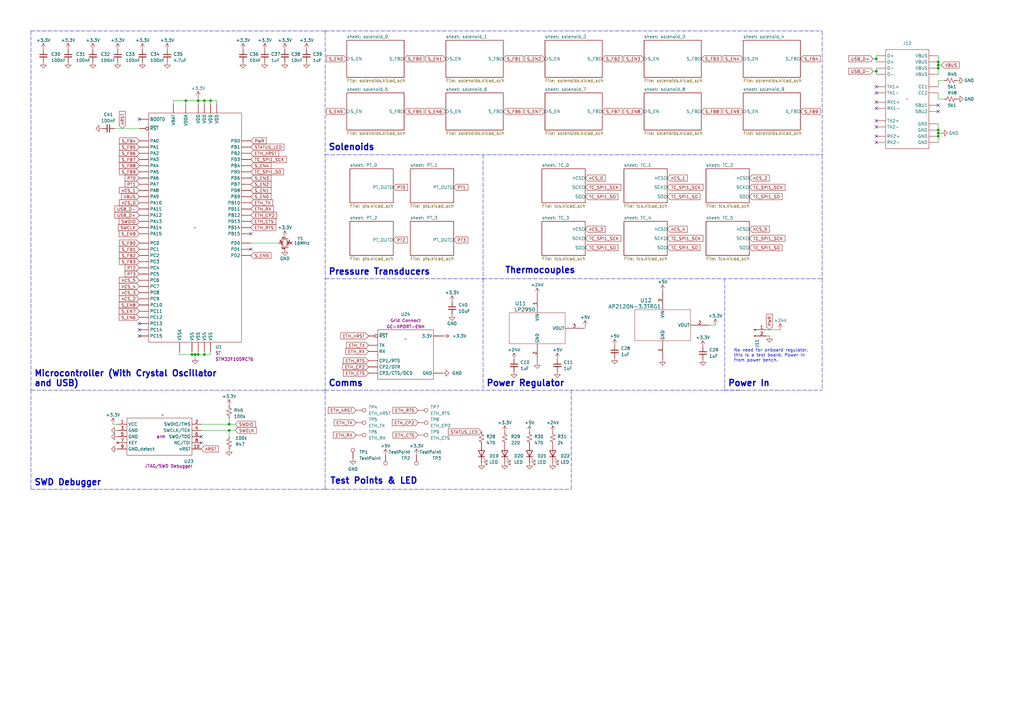
<source format=kicad_sch>
(kicad_sch (version 20230121) (generator eeschema)
  (paper "A3")
  (junction (at 359.41 29.21))
  (junction (at 76.2 41.275))
  (junction (at 93.98 173.99))
  (junction (at 384.81 25.4))
  (junction (at 359.41 24.13))
  (junction (at 384.81 27.94))
  (junction (at 83.82 41.275))
  (junction (at 81.28 145.415))
  (junction (at 80.01 145.415))
  (junction (at 384.81 26.67))
  (junction (at 384.81 53.34))
  (junction (at 86.36 41.275))
  (junction (at 83.82 145.415))
  (junction (at 78.74 145.415))
  (junction (at 93.98 176.53))
  (junction (at 81.28 41.275))
  (junction (at 384.81 54.61))
  (junction (at 384.81 55.88))
  (no_connect (at 102.87 95.885))
  (no_connect (at 57.15 48.895))
  (no_connect (at 359.41 44.45))
  (no_connect (at 119.38 99.695))
  (no_connect (at 82.55 181.61))
  (no_connect (at 359.41 38.1))
  (no_connect (at 57.15 135.255))
  (no_connect (at 384.81 45.72))
  (no_connect (at 384.81 43.18))
  (no_connect (at 57.15 132.715))
  (no_connect (at 102.87 102.235))
  (no_connect (at 82.55 179.07))
  (no_connect (at 359.41 35.56))
  (no_connect (at 359.41 58.42))
  (no_connect (at 359.41 49.53))
  (no_connect (at 57.15 137.795))
  (no_connect (at 359.41 41.91))
  (no_connect (at 359.41 55.88))
  (no_connect (at 359.41 52.07))
  (wire (pts (xy 78.74 145.415) (xy 80.01 145.415)))
  (wire (pts (xy 83.82 41.275) (xy 83.82 42.545)))
  (wire (pts (xy 384.81 25.4) (xy 384.81 26.67)))
  (wire (pts (xy 93.98 179.07) (xy 93.98 176.53)))
  (wire (pts (xy 73.66 145.415) (xy 78.74 145.415)))
  (wire (pts (xy 359.41 24.13) (xy 359.41 25.4)))
  (polyline (pts (xy 133.35 160.02) (xy 12.7 160.02)) (stroke (width 0) (type dash)))
  (wire (pts (xy 83.82 41.275) (xy 86.36 41.275)))
  (wire (pts (xy 102.87 99.695) (xy 114.3 99.695)))
  (wire (pts (xy 384.81 54.61) (xy 386.08 54.61)))
  (wire (pts (xy 46.99 52.705) (xy 57.15 52.705)))
  (polyline (pts (xy 337.185 114.3) (xy 337.185 160.02)) (stroke (width 0) (type dash)))
  (wire (pts (xy 83.82 145.415) (xy 86.36 145.415)))
  (polyline (pts (xy 12.7 12.7) (xy 133.35 12.7)) (stroke (width 0) (type dash)))
  (polyline (pts (xy 133.35 160.02) (xy 133.35 200.66)) (stroke (width 0) (type dash)))
  (wire (pts (xy 93.98 176.53) (xy 82.55 176.53)))
  (wire (pts (xy 239.395 134.62) (xy 240.03 134.62)))
  (wire (pts (xy 240.03 134.62) (xy 240.03 133.985)))
  (polyline (pts (xy 198.12 114.3) (xy 337.185 114.3)) (stroke (width 0) (type dash)))
  (wire (pts (xy 76.2 41.275) (xy 76.2 42.545)))
  (wire (pts (xy 384.81 22.86) (xy 384.81 25.4)))
  (wire (pts (xy 76.2 41.275) (xy 81.28 41.275)))
  (wire (pts (xy 86.36 41.275) (xy 88.9 41.275)))
  (wire (pts (xy 358.14 24.13) (xy 359.41 24.13)))
  (wire (pts (xy 96.52 173.99) (xy 93.98 173.99)))
  (wire (pts (xy 315.595 137.795) (xy 314.325 137.795)))
  (wire (pts (xy 384.81 55.88) (xy 384.81 58.42)))
  (polyline (pts (xy 133.35 63.5) (xy 337.185 63.5)) (stroke (width 0) (type dash)))
  (polyline (pts (xy 234.315 160.02) (xy 234.315 200.66)) (stroke (width 0) (type dash)))
  (polyline (pts (xy 198.12 114.3) (xy 198.12 160.02)) (stroke (width 0) (type dash)))
  (wire (pts (xy 384.81 50.8) (xy 384.81 53.34)))
  (wire (pts (xy 46.355 173.99) (xy 48.26 173.99)))
  (wire (pts (xy 290.83 133.35) (xy 293.37 133.35)))
  (wire (pts (xy 71.12 41.275) (xy 71.12 42.545)))
  (wire (pts (xy 320.04 135.255) (xy 314.325 135.255)))
  (wire (pts (xy 359.41 22.86) (xy 359.41 24.13)))
  (wire (pts (xy 384.81 40.64) (xy 384.81 38.1)))
  (polyline (pts (xy 133.35 160.02) (xy 198.12 160.02)) (stroke (width 0) (type dash)))
  (wire (pts (xy 358.14 29.21) (xy 359.41 29.21)))
  (polyline (pts (xy 133.35 12.7) (xy 337.185 12.7)) (stroke (width 0) (type dash)))
  (wire (pts (xy 384.81 26.67) (xy 384.81 27.94)))
  (polyline (pts (xy 198.12 63.5) (xy 198.12 114.3)) (stroke (width 0) (type dash)))
  (polyline (pts (xy 133.35 200.66) (xy 234.315 200.66)) (stroke (width 0) (type dash)))
  (wire (pts (xy 73.66 144.145) (xy 73.66 145.415)))
  (wire (pts (xy 359.41 29.21) (xy 359.41 30.48)))
  (wire (pts (xy 88.9 41.275) (xy 88.9 42.545)))
  (wire (pts (xy 359.41 27.94) (xy 359.41 29.21)))
  (wire (pts (xy 384.81 40.64) (xy 387.35 40.64)))
  (wire (pts (xy 384.81 54.61) (xy 384.81 55.88)))
  (polyline (pts (xy 133.35 12.7) (xy 133.35 160.02)) (stroke (width 0) (type dash)))
  (wire (pts (xy 384.81 26.67) (xy 386.08 26.67)))
  (polyline (pts (xy 12.7 160.02) (xy 12.7 200.66)) (stroke (width 0) (type dash)))
  (wire (pts (xy 384.81 27.94) (xy 384.81 30.48)))
  (polyline (pts (xy 337.185 63.5) (xy 337.185 114.3)) (stroke (width 0) (type dash)))
  (wire (pts (xy 80.01 145.415) (xy 81.28 145.415)))
  (wire (pts (xy 384.81 33.02) (xy 387.35 33.02)))
  (polyline (pts (xy 297.18 160.02) (xy 337.185 160.02)) (stroke (width 0) (type dash)))
  (wire (pts (xy 384.81 53.34) (xy 384.81 54.61)))
  (polyline (pts (xy 133.35 200.66) (xy 12.7 200.66)) (stroke (width 0) (type dash)))
  (wire (pts (xy 81.28 144.145) (xy 81.28 145.415)))
  (wire (pts (xy 80.01 146.685) (xy 80.01 145.415)))
  (wire (pts (xy 81.28 41.275) (xy 83.82 41.275)))
  (wire (pts (xy 83.82 144.145) (xy 83.82 145.415)))
  (wire (pts (xy 86.36 144.145) (xy 86.36 145.415)))
  (polyline (pts (xy 12.7 12.7) (xy 12.7 160.02)) (stroke (width 0) (type dash)))
  (polyline (pts (xy 133.35 114.3) (xy 198.12 114.3)) (stroke (width 0) (type dash)))
  (wire (pts (xy 384.81 33.02) (xy 384.81 35.56)))
  (polyline (pts (xy 297.18 160.02) (xy 304.165 160.02)) (stroke (width 0) (type dash)))
  (wire (pts (xy 81.28 145.415) (xy 83.82 145.415)))
  (wire (pts (xy 93.98 171.45) (xy 93.98 173.99)))
  (polyline (pts (xy 297.18 114.3) (xy 297.18 160.02)) (stroke (width 0) (type dash)))
  (wire (pts (xy 81.28 40.005) (xy 81.28 41.275)))
  (wire (pts (xy 78.74 144.145) (xy 78.74 145.415)))
  (wire (pts (xy 81.28 41.275) (xy 81.28 42.545)))
  (wire (pts (xy 93.98 176.53) (xy 96.52 176.53)))
  (wire (pts (xy 82.55 173.99) (xy 93.98 173.99)))
  (wire (pts (xy 86.36 41.275) (xy 86.36 42.545)))
  (polyline (pts (xy 337.185 12.7) (xy 337.185 63.5)) (stroke (width 0) (type dash)))
  (polyline (pts (xy 297.18 160.02) (xy 198.12 160.02)) (stroke (width 0) (type dash)))
  (wire (pts (xy 71.12 41.275) (xy 76.2 41.275)))
  (text "Thermocouples" (at 207.01 112.395 0) (effects (font (size 2.55 2.55) (thickness 0.51) bold) (justify left bottom)))
  (text "Comms" (at 134.62 158.75 0) (effects (font (size 2.55 2.55) (thickness 0.51) bold) (justify left bottom)))
  (text "SWD Debugger" (at 13.97 199.39 0) (effects (font (size 2.5 2.5) (thickness 0.5) bold) (justify left bottom)))
  (text "Test Points & LED" (at 135.255 198.755 0) (effects (font (size 2.55 2.55) (thickness 0.51) bold) (justify left bottom)))
  (text "Pressure Transducers" (at 134.62 113.03 0) (effects (font (size 2.55 2.55) (thickness 0.51) bold) (justify left bottom)))
  (text "Microcontroller (With Crystal Oscillator \nand USB)" (at 13.97 158.75 0) (effects (font (size 2.5 2.5) (thickness 0.5) bold) (justify left bottom)))
  (text "Power In" (at 298.45 158.75 0) (effects (font (size 2.55 2.55) (thickness 0.51) bold) (justify left bottom)))
  (text "Power Regulator" (at 199.39 158.75 0) (effects (font (size 2.55 2.55) (thickness 0.51) bold) (justify left bottom)))
  (text "No need for onboard regulator,\nthis is a test board. Power in\nfrom power bench." (at 300.99 148.59 0) (effects (font (size 1.27 1.27)) (justify left bottom)))
  (text "Solenoids\n\n" (at 134.62 66.04 0) (effects (font (size 2.55 2.55) (thickness 0.51) bold) (justify left bottom)))
  (global_label "S_FB1" (shape input) (at 206.375 24.13 0) (property "Intersheetrefs" "${INTERSHEET_REFS}" (effects hide)))
  (global_label "TC_SPI1_SO" (shape input) (at 102.87 70.485 0) (property "Intersheetrefs" "${INTERSHEET_REFS}" (effects hide)))
  (global_label "S_FB7" (shape input) (at 247.015 45.72 0) (property "Intersheetrefs" "${INTERSHEET_REFS}" (effects hide)))
  (global_label "TC_SPI1_SCK" (shape input) (at 273.685 76.835 0) (property "Intersheetrefs" "${INTERSHEET_REFS}" (effects hide)))
  (global_label "nCS_4" (shape input) (at 57.15 117.475 180) (property "Intersheetrefs" "${INTERSHEET_REFS}" (effects hide)))
  (global_label "S_FB4" (shape input) (at 328.295 24.13 0) (property "Intersheetrefs" "${INTERSHEET_REFS}" (effects hide)))
  (global_label "nCS_0" (shape input) (at 240.03 73.025 0) (property "Intersheetrefs" "${INTERSHEET_REFS}" (effects hide)))
  (global_label "ETH_TX" (shape input) (at 146.05 173.355 180) (property "Intersheetrefs" "${INTERSHEET_REFS}" (effects hide)))
  (global_label "PT1" (shape input) (at 57.15 75.565 180) (property "Intersheetrefs" "${INTERSHEET_REFS}" (effects hide)))
  (global_label "TC_SPI1_SO" (shape input) (at 307.34 101.6 0) (property "Intersheetrefs" "${INTERSHEET_REFS}" (effects hide)))
  (global_label "S_FB8" (shape input) (at 287.655 45.72 0) (property "Intersheetrefs" "${INTERSHEET_REFS}" (effects hide)))
  (global_label "S_FB9" (shape input) (at 57.15 70.485 180) (property "Intersheetrefs" "${INTERSHEET_REFS}" (effects hide)))
  (global_label "S_FB2" (shape input) (at 57.15 104.775 180) (property "Intersheetrefs" "${INTERSHEET_REFS}" (effects hide)))
  (global_label "PWR" (shape input) (at 102.87 57.785 0) (property "Intersheetrefs" "${INTERSHEET_REFS}" (effects hide)))
  (global_label "nCS_3" (shape input) (at 240.03 93.98 0) (property "Intersheetrefs" "${INTERSHEET_REFS}" (effects hide)))
  (global_label "nCS_4" (shape input) (at 273.685 93.98 0) (property "Intersheetrefs" "${INTERSHEET_REFS}" (effects hide)))
  (global_label "S_EN6" (shape input) (at 57.15 130.175 180) (property "Intersheetrefs" "${INTERSHEET_REFS}" (effects hide)))
  (global_label "S_EN5" (shape input) (at 102.87 104.775 0) (property "Intersheetrefs" "${INTERSHEET_REFS}" (effects hide)))
  (global_label "ETH_RTS" (shape input) (at 171.45 168.275 180) (property "Intersheetrefs" "${INTERSHEET_REFS}" (effects hide)))
  (global_label "S_EN1" (shape input) (at 102.87 78.105 0) (property "Intersheetrefs" "${INTERSHEET_REFS}" (effects hide)))
  (global_label "S_EN9" (shape input) (at 304.8 45.72 180) (property "Intersheetrefs" "${INTERSHEET_REFS}" (effects hide)))
  (global_label "PT2" (shape input) (at 161.29 98.425 0) (property "Intersheetrefs" "${INTERSHEET_REFS}" (effects hide)))
  (global_label "PT1" (shape input) (at 186.055 76.835 0) (property "Intersheetrefs" "${INTERSHEET_REFS}" (effects hide)))
  (global_label "S_EN6" (shape input) (at 182.88 45.72 180) (property "Intersheetrefs" "${INTERSHEET_REFS}" (effects hide)))
  (global_label "TC_SPI1_SCK" (shape input) (at 307.34 76.835 0) (property "Intersheetrefs" "${INTERSHEET_REFS}" (effects hide)))
  (global_label "TC_SPI1_SCK" (shape input) (at 240.03 97.79 0) (property "Intersheetrefs" "${INTERSHEET_REFS}" (effects hide)))
  (global_label "S_FB6" (shape input) (at 206.375 45.72 0) (property "Intersheetrefs" "${INTERSHEET_REFS}" (effects hide)))
  (global_label "SWDIO" (shape input) (at 57.15 90.805 180) (property "Intersheetrefs" "${INTERSHEET_REFS}" (effects hide)))
  (global_label "USB_D-" (shape input) (at 57.15 85.725 180) (property "Intersheetrefs" "${INTERSHEET_REFS}" (effects hide)))
  (global_label "S_EN7" (shape input) (at 223.52 45.72 180) (property "Intersheetrefs" "${INTERSHEET_REFS}" (effects hide)))
  (global_label "TC_SPI1_SO" (shape input) (at 240.03 80.645 0) (property "Intersheetrefs" "${INTERSHEET_REFS}" (effects hide)))
  (global_label "S_EN9" (shape input) (at 57.15 95.885 180) (property "Intersheetrefs" "${INTERSHEET_REFS}" (effects hide)))
  (global_label "ETH_nRST" (shape input) (at 102.87 62.865 0) (property "Intersheetrefs" "${INTERSHEET_REFS}" (effects hide)))
  (global_label "ETH_nRST" (shape input) (at 146.05 168.275 180) (property "Intersheetrefs" "${INTERSHEET_REFS}" (effects hide)))
  (global_label "USB_D-" (shape input) (at 358.14 29.21 180) (property "Intersheetrefs" "${INTERSHEET_REFS}" (effects hide)))
  (global_label "STATUS_LED" (shape input) (at 197.485 177.165 180) (property "Intersheetrefs" "${INTERSHEET_REFS}" (effects hide)))
  (global_label "ETH_CTS" (shape input) (at 102.87 90.805 0) (property "Intersheetrefs" "${INTERSHEET_REFS}" (effects hide)))
  (global_label "nCS_5" (shape input) (at 307.34 93.98 0) (property "Intersheetrefs" "${INTERSHEET_REFS}" (effects hide)))
  (global_label "nCS_2" (shape input) (at 57.15 122.555 180) (property "Intersheetrefs" "${INTERSHEET_REFS}" (effects hide)))
  (global_label "PT3" (shape input) (at 186.055 98.425 0) (property "Intersheetrefs" "${INTERSHEET_REFS}" (effects hide)))
  (global_label "nCS_1" (shape input) (at 273.685 73.025 0) (property "Intersheetrefs" "${INTERSHEET_REFS}" (effects hide)))
  (global_label "PT2" (shape input) (at 57.15 109.855 180) (property "Intersheetrefs" "${INTERSHEET_REFS}" (effects hide)))
  (global_label "PT0" (shape input) (at 161.29 76.835 0) (property "Intersheetrefs" "${INTERSHEET_REFS}" (effects hide)))
  (global_label "S_EN7" (shape input) (at 57.15 127.635 180) (property "Intersheetrefs" "${INTERSHEET_REFS}" (effects hide)))
  (global_label "S_FB4" (shape input) (at 57.15 57.785 180) (property "Intersheetrefs" "${INTERSHEET_REFS}" (effects hide)))
  (global_label "TC_SPI1_SO" (shape input) (at 273.685 101.6 0) (property "Intersheetrefs" "${INTERSHEET_REFS}" (effects hide)))
  (global_label "S_EN2" (shape input) (at 102.87 75.565 0) (property "Intersheetrefs" "${INTERSHEET_REFS}" (effects hide)))
  (global_label "TC_SPI1_SO" (shape input) (at 273.685 80.645 0) (property "Intersheetrefs" "${INTERSHEET_REFS}" (effects hide)))
  (global_label "SWDIO" (shape input) (at 96.52 173.99 0) (property "Intersheetrefs" "${INTERSHEET_REFS}" (effects hide)))
  (global_label "TC_SPI1_SCK" (shape input) (at 240.03 76.835 0) (property "Intersheetrefs" "${INTERSHEET_REFS}" (effects hide)))
  (global_label "S_FB0" (shape input) (at 165.735 24.13 0) (property "Intersheetrefs" "${INTERSHEET_REFS}" (effects hide)))
  (global_label "TC_SPI1_SCK" (shape input) (at 102.87 65.405 0) (property "Intersheetrefs" "${INTERSHEET_REFS}" (effects hide)))
  (global_label "S_EN3" (shape input) (at 102.87 73.025 0) (property "Intersheetrefs" "${INTERSHEET_REFS}" (effects hide)))
  (global_label "STATUS_LED" (shape input) (at 102.87 60.325 0) (property "Intersheetrefs" "${INTERSHEET_REFS}" (effects hide)))
  (global_label "nRST" (shape input) (at 50.165 52.705 90) (property "Intersheetrefs" "${INTERSHEET_REFS}" (effects hide)))
  (global_label "TC_SPI1_SCK" (shape input) (at 307.34 97.79 0) (property "Intersheetrefs" "${INTERSHEET_REFS}" (effects hide)))
  (global_label "ETH_nRST" (shape input) (at 151.13 137.795 180) (property "Intersheetrefs" "${INTERSHEET_REFS}" (effects hide)))
  (global_label "nCS_3" (shape input) (at 57.15 120.015 180) (property "Intersheetrefs" "${INTERSHEET_REFS}" (effects hide)))
  (global_label "ETH_CP2" (shape input) (at 102.87 88.265 0) (property "Intersheetrefs" "${INTERSHEET_REFS}" (effects hide)))
  (global_label "USB_D+" (shape input) (at 57.15 88.265 180) (property "Intersheetrefs" "${INTERSHEET_REFS}" (effects hide)))
  (global_label "S_EN4" (shape input) (at 304.8 24.13 180) (property "Intersheetrefs" "${INTERSHEET_REFS}" (effects hide)))
  (global_label "ETH_CP2" (shape input) (at 171.45 173.355 180) (property "Intersheetrefs" "${INTERSHEET_REFS}" (effects hide)))
  (global_label "S_FB2" (shape input) (at 247.015 24.13 0) (property "Intersheetrefs" "${INTERSHEET_REFS}" (effects hide)))
  (global_label "S_FB3" (shape input) (at 57.15 107.315 180) (property "Intersheetrefs" "${INTERSHEET_REFS}" (effects hide)))
  (global_label "VBUS" (shape input) (at 57.15 80.645 180) (property "Intersheetrefs" "${INTERSHEET_REFS}" (effects hide)))
  (global_label "PT0" (shape input) (at 57.15 73.025 180) (property "Intersheetrefs" "${INTERSHEET_REFS}" (effects hide)))
  (global_label "TC_SPI1_SCK" (shape input) (at 273.685 97.79 0) (property "Intersheetrefs" "${INTERSHEET_REFS}" (effects hide)))
  (global_label "S_FB8" (shape input) (at 57.15 67.945 180) (property "Intersheetrefs" "${INTERSHEET_REFS}" (effects hide)))
  (global_label "S_FB6" (shape input) (at 57.15 62.865 180) (property "Intersheetrefs" "${INTERSHEET_REFS}" (effects hide)))
  (global_label "S_FB7" (shape input) (at 57.15 65.405 180) (property "Intersheetrefs" "${INTERSHEET_REFS}" (effects hide)))
  (global_label "nCS_5" (shape input) (at 57.15 114.935 180) (property "Intersheetrefs" "${INTERSHEET_REFS}" (effects hide)))
  (global_label "nCS_0" (shape input) (at 57.15 83.185 180) (property "Intersheetrefs" "${INTERSHEET_REFS}" (effects hide)))
  (global_label "S_EN2" (shape input) (at 223.52 24.13 180) (property "Intersheetrefs" "${INTERSHEET_REFS}" (effects hide)))
  (global_label "TC_SPI1_SO" (shape input) (at 240.03 101.6 0) (property "Intersheetrefs" "${INTERSHEET_REFS}" (effects hide)))
  (global_label "S_FB5" (shape input) (at 165.735 45.72 0) (property "Intersheetrefs" "${INTERSHEET_REFS}" (effects hide)))
  (global_label "S_EN4" (shape input) (at 102.87 67.945 0) (property "Intersheetrefs" "${INTERSHEET_REFS}" (effects hide)))
  (global_label "SWCLK" (shape input) (at 96.52 176.53 0) (property "Intersheetrefs" "${INTERSHEET_REFS}" (effects hide)))
  (global_label "S_FB3" (shape input) (at 287.655 24.13 0) (property "Intersheetrefs" "${INTERSHEET_REFS}" (effects hide)))
  (global_label "SWCLK" (shape input) (at 57.15 93.345 180) (property "Intersheetrefs" "${INTERSHEET_REFS}" (effects hide)))
  (global_label "nCS_2" (shape input) (at 307.34 73.025 0) (property "Intersheetrefs" "${INTERSHEET_REFS}" (effects hide)))
  (global_label "ETH_TX" (shape input) (at 151.13 141.605 180) (property "Intersheetrefs" "${INTERSHEET_REFS}" (effects hide)))
  (global_label "nRST" (shape input) (at 82.55 184.15 0) (property "Intersheetrefs" "${INTERSHEET_REFS}" (effects hide)))
  (global_label "ETH_RTS" (shape input) (at 151.13 147.955 180) (property "Intersheetrefs" "${INTERSHEET_REFS}" (effects hide)))
  (global_label "ETH_RX" (shape input) (at 102.87 85.725 0) (property "Intersheetrefs" "${INTERSHEET_REFS}" (effects hide)))
  (global_label "S_EN8" (shape input) (at 264.16 45.72 180) (property "Intersheetrefs" "${INTERSHEET_REFS}" (effects hide)))
  (global_label "S_FB1" (shape input) (at 57.15 102.235 180) (property "Intersheetrefs" "${INTERSHEET_REFS}" (effects hide)))
  (global_label "USB_D+" (shape input) (at 358.14 24.13 180) (property "Intersheetrefs" "${INTERSHEET_REFS}" (effects hide)))
  (global_label "VBUS" (shape input) (at 386.08 26.67 0) (property "Intersheetrefs" "${INTERSHEET_REFS}" (effects hide)))
  (global_label "ETH_RX" (shape input) (at 146.05 178.435 180) (property "Intersheetrefs" "${INTERSHEET_REFS}" (effects hide)))
  (global_label "PT3" (shape input) (at 57.15 112.395 180) (property "Intersheetrefs" "${INTERSHEET_REFS}" (effects hide)))
  (global_label "S_EN0" (shape input) (at 102.87 80.645 0) (property "Intersheetrefs" "${INTERSHEET_REFS}" (effects hide)))
  (global_label "nCS_1" (shape input) (at 57.15 78.105 180) (property "Intersheetrefs" "${INTERSHEET_REFS}" (effects hide)))
  (global_label "S_EN3" (shape input) (at 264.16 24.13 180) (property "Intersheetrefs" "${INTERSHEET_REFS}" (effects hide)))
  (global_label "ETH_CP2" (shape input) (at 151.13 150.495 180) (property "Intersheetrefs" "${INTERSHEET_REFS}" (effects hide)))
  (global_label "S_EN8" (shape input) (at 57.15 125.095 180) (property "Intersheetrefs" "${INTERSHEET_REFS}" (effects hide)))
  (global_label "ETH_TX" (shape input) (at 102.87 83.185 0) (property "Intersheetrefs" "${INTERSHEET_REFS}" (effects hide)))
  (global_label "TC_SPI1_SO" (shape input) (at 307.34 80.645 0) (property "Intersheetrefs" "${INTERSHEET_REFS}" (effects hide)))
  (global_label "ETH_CTS" (shape input) (at 171.45 178.435 180) (property "Intersheetrefs" "${INTERSHEET_REFS}" (effects hide)))
  (global_label "S_FB5" (shape input) (at 57.15 60.325 180) (property "Intersheetrefs" "${INTERSHEET_REFS}" (effects hide)))
  (global_label "ETH_RTS" (shape input) (at 102.87 93.345 0) (property "Intersheetrefs" "${INTERSHEET_REFS}" (effects hide)))
  (global_label "S_FB0" (shape input) (at 57.15 99.695 180) (property "Intersheetrefs" "${INTERSHEET_REFS}" (effects hide)))
  (global_label "ETH_CTS" (shape input) (at 151.13 153.035 180) (property "Intersheetrefs" "${INTERSHEET_REFS}" (effects hide)))
  (global_label "PWR" (shape input) (at 315.595 135.255 90) (property "Intersheetrefs" "${INTERSHEET_REFS}" (effects hide)))
  (global_label "S_EN1" (shape input) (at 182.88 24.13 180) (property "Intersheetrefs" "${INTERSHEET_REFS}" (effects hide)))
  (global_label "ETH_RX" (shape input) (at 151.13 144.145 180) (property "Intersheetrefs" "${INTERSHEET_REFS}" (effects hide)))
  (global_label "S_EN5" (shape input) (at 142.24 45.72 180) (property "Intersheetrefs" "${INTERSHEET_REFS}" (effects hide)))
  (global_label "S_FB9" (shape input) (at 328.295 45.72 0) (property "Intersheetrefs" "${INTERSHEET_REFS}" (effects hide)))
  (global_label "S_EN0" (shape input) (at 142.24 24.13 180) (property "Intersheetrefs" "${INTERSHEET_REFS}" (effects hide)))
  (symbol (lib_id "Device:C_Small") (at 27.94 22.86 0) (unit 1)
    (property "Reference" "C31" (at 31.115 22.2313 0) (effects (justify left)))
    (property "Value" "100nF" (at 31.115 24.7713 0) (effects (justify left)))
    (property "Footprint" "Capacitor_SMD:C_0402_1005Metric" (effects hide))
    (property "Manufacturer" "Generic" (effects hide))
    (property "Part #" "Generic 100nF 0402 Capacitor" (effects hide))
  )
  (symbol (lib_id "power:+3.3V") (at 17.78 20.32 0) (unit 1)
    (property "Reference" "#PWR0195" (effects hide))
    (property "Value" "+3.3V" (at 17.78 16.51 0))
  )
  (symbol (lib_id "power:GND") (at 58.42 25.4 0) (unit 1)
    (property "Reference" "#PWR0204" (effects hide))
    (property "Value" "GND" (effects hide))
  )
  (symbol (lib_id "power:GND") (at 185.42 128.905 0) (unit 1)
    (property "Reference" "#PWR0218" (effects hide))
    (property "Value" "GND" (at 185.42 132.715 0))
  )
  (symbol (lib_id "Connector:TestPoint") (at 171.45 178.435 270) (unit 1)
    (property "Reference" "TP9" (at 176.53 177.165 90) (effects (justify left)))
    (property "Value" "ETH_CTS" (at 176.53 179.705 90) (effects (justify left)))
    (property "Footprint" "TestPoint:TestPoint_Pad_D1.0mm" (effects hide))
  )
  (symbol (lib_id "power:GND") (at 17.78 25.4 0) (unit 1)
    (property "Reference" "#PWR0196" (effects hide))
    (property "Value" "GND" (effects hide))
  )
  (symbol (lib_id "Connector:TestPoint") (at 158.115 186.69 180) (unit 1)
    (property "Reference" "TP2" (at 168.275 187.96 0) (effects (justify left)))
    (property "Value" "TestPoint" (at 168.275 185.42 0) (effects (justify left)))
    (property "Footprint" "TestPoint:TestPoint_Pad_D2.0mm" (effects hide))
  )
  (symbol (lib_id "UCIRP-KiCAD-Lib:USB-C") (at 372.11 40.64 0) (unit 1)
    (property "Reference" "J12" (at 372.11 17.78 0))
    (property "Value" "~" (at 372.11 40.64 0))
    (property "Footprint" "Connector_USB:USB_C_Receptacle_GCT_USB4105-xx-A_16P_TopMnt_Horizontal" (effects hide))
    (property "Datasheet" "https://www.we-online.com/components/products/datasheet/629105150521.pdf" (effects hide))
  )
  (symbol (lib_id "Device:R_Small_US") (at 93.98 168.91 0) (unit 1)
    (property "Reference" "R46" (at 95.885 168.275 0) (effects (justify left)))
    (property "Value" "100k" (at 95.885 170.815 0) (effects (justify left)))
    (property "Footprint" "Resistor_SMD:R_0402_1005Metric" (effects hide))
    (property "Manufacturer" "Generic" (effects hide))
    (property "Part #" "Generic 100K 0402 Resistor" (effects hide))
  )
  (symbol (lib_id "power:GND") (at 207.01 189.865 0) (unit 1)
    (property "Reference" "#PWR098" (effects hide))
    (property "Value" "GND" (effects hide))
  )
  (symbol (lib_id "Device:Crystal_GND24_Small") (at 116.84 99.695 0) (mirror y) (unit 1)
    (property "Reference" "Y1" (at 123.19 97.79 0))
    (property "Value" "16MHz" (at 123.825 99.695 0))
    (property "Footprint" "Crystal:Crystal_SMD_2520-4Pin_2.5x2.0mm" (effects hide))
    (property "Datasheet" "https://ecsxtal.com/store/pdf/ECS_1633.pdf" (effects hide))
    (property "Manufacturer" "ECS" (effects hide))
    (property "Part #" "ECS-1633-160-BN-TR" (effects hide))
  )
  (symbol (lib_id "power:GND") (at 99.695 25.4 0) (unit 1)
    (property "Reference" "#PWR0208" (effects hide))
    (property "Value" "GND" (effects hide))
  )
  (symbol (lib_id "power:+3.3V") (at 207.01 177.165 0) (unit 1)
    (property "Reference" "#PWR097" (effects hide))
    (property "Value" "+3.3V" (at 207.01 173.355 0))
  )
  (symbol (lib_id "power:+3.3V") (at 68.58 20.32 0) (unit 1)
    (property "Reference" "#PWR0205" (effects hide))
    (property "Value" "+3.3V" (at 68.58 16.51 0))
  )
  (symbol (lib_id "Device:R_Small_US") (at 389.89 33.02 270) (unit 1)
    (property "Reference" "R45" (at 388.62 30.48 90) (effects (justify left)))
    (property "Value" "5k1" (at 388.62 35.56 90) (effects (justify left)))
    (property "Footprint" "Resistor_SMD:R_0603_1608Metric" (effects hide))
  )
  (symbol (lib_id "power:GND") (at 288.29 147.32 0) (unit 1)
    (property "Reference" "#PWR0191" (effects hide))
    (property "Value" "GND" (effects hide))
  )
  (symbol (lib_id "power:GND") (at 68.58 25.4 0) (unit 1)
    (property "Reference" "#PWR0206" (effects hide))
    (property "Value" "GND" (effects hide))
  )
  (symbol (lib_id "UCIRP-KiCAD-Lib:STM32F105RCT6") (at 80.01 93.345 0) (unit 1)
    (property "Reference" "U1" (at 88.3159 142.24 0) (effects (justify left)))
    (property "Value" "~" (at 80.01 93.345 0))
    (property "Footprint" "Package_QFP:LQFP-64_10x10mm_P0.5mm" (effects hide))
    (property "Datasheet" "https://www.st.com/resource/en/datasheet/stm32f105rc.pdf" (effects hide))
    (property "Manufacturer" "ST" (at 88.3159 144.78 0) (effects (justify left)))
    (property "Part #" "STM32F105RCT6" (at 88.3159 147.32 0) (effects (justify left)))
  )
  (symbol (lib_id "power:GND") (at 271.78 147.32 0) (unit 1)
    (property "Reference" "#PWR0189" (effects hide))
    (property "Value" "GND" (effects hide))
  )
  (symbol (lib_id "Device:C_Small") (at 17.78 22.86 0) (unit 1)
    (property "Reference" "C30" (at 20.955 22.2313 0) (effects (justify left)))
    (property "Value" "100nF" (at 20.955 24.7713 0) (effects (justify left)))
    (property "Footprint" "Capacitor_SMD:C_0402_1005Metric" (effects hide))
    (property "Manufacturer" "Generic" (effects hide))
    (property "Part #" "Generic 100nF 0402 Capacitor" (effects hide))
  )
  (symbol (lib_id "Connector:TestPoint") (at 171.45 168.275 270) (unit 1)
    (property "Reference" "TP7" (at 176.53 167.005 90) (effects (justify left)))
    (property "Value" "ETH_RTS" (at 176.53 169.545 90) (effects (justify left)))
    (property "Footprint" "TestPoint:TestPoint_Pad_D1.0mm" (effects hide))
  )
  (symbol (lib_id "power:GND") (at 125.73 25.4 0) (unit 1)
    (property "Reference" "#PWR0214" (effects hide))
    (property "Value" "GND" (effects hide))
  )
  (symbol (lib_id "power:GND") (at 38.1 25.4 0) (unit 1)
    (property "Reference" "#PWR0200" (effects hide))
    (property "Value" "GND" (effects hide))
  )
  (symbol (lib_id "power:GND") (at 181.61 153.035 90) (unit 1)
    (property "Reference" "#PWR0216" (effects hide))
    (property "Value" "GND" (at 185.42 153.035 90) (effects (justify right)))
  )
  (symbol (lib_id "power:GND") (at 116.84 102.235 0) (unit 1)
    (property "Reference" "#PWR0102" (effects hide))
    (property "Value" "GND" (at 116.84 106.045 0))
  )
  (symbol (lib_id "Device:C_Small") (at 68.58 22.86 0) (unit 1)
    (property "Reference" "C35" (at 71.12 22.2313 0) (effects (justify left)))
    (property "Value" "4.7uF" (at 71.12 24.7713 0) (effects (justify left)))
    (property "Footprint" "Capacitor_SMD:C_0402_1005Metric" (effects hide))
    (property "Manufacturer" "Generic" (effects hide))
    (property "Part #" "Generic 100nF 0402 Capacitor" (effects hide))
  )
  (symbol (lib_id "power:+3.3V") (at 116.84 97.155 0) (unit 1)
    (property "Reference" "#PWR0101" (effects hide))
    (property "Value" "+3.3V" (at 116.84 93.345 0))
  )
  (symbol (lib_id "power:GND") (at 228.6 152.4 0) (unit 1)
    (property "Reference" "#PWR0185" (effects hide))
    (property "Value" "GND" (effects hide))
  )
  (symbol (lib_id "power:+3.3V") (at 116.84 20.32 0) (unit 1)
    (property "Reference" "#PWR0211" (effects hide))
    (property "Value" "+3.3V" (at 116.84 16.51 0))
  )
  (symbol (lib_id "power:+3.3V") (at 38.1 20.32 0) (unit 1)
    (property "Reference" "#PWR0199" (effects hide))
    (property "Value" "+3.3V" (at 38.1 16.51 0))
  )
  (symbol (lib_id "Device:C_Small") (at 108.585 22.86 0) (unit 1)
    (property "Reference" "C37" (at 111.125 22.225 0) (effects (justify left)))
    (property "Value" "1uF" (at 111.125 24.765 0) (effects (justify left)))
    (property "Footprint" "Capacitor_SMD:C_0402_1005Metric" (effects hide))
    (property "Manufacturer" "Generic" (effects hide))
    (property "Part #" "Generic 1uF 0402 Capacitor" (effects hide))
  )
  (symbol (lib_id "Device:C_Small") (at 58.42 22.86 0) (unit 1)
    (property "Reference" "C34" (at 61.595 22.2313 0) (effects (justify left)))
    (property "Value" "100nF" (at 61.595 24.7713 0) (effects (justify left)))
    (property "Footprint" "Capacitor_SMD:C_0402_1005Metric" (effects hide))
    (property "Manufacturer" "Generic" (effects hide))
    (property "Part #" "Generic 100nF 0402 Capacitor" (effects hide))
  )
  (symbol (lib_id "power:GND") (at 27.94 25.4 0) (unit 1)
    (property "Reference" "#PWR0198" (effects hide))
    (property "Value" "GND" (effects hide))
  )
  (symbol (lib_id "power:+3.3V") (at 170.815 186.69 0) (unit 1)
    (property "Reference" "#PWR095" (effects hide))
    (property "Value" "+3.3V" (at 170.815 182.88 0))
  )
  (symbol (lib_id "power:GND") (at 48.26 25.4 0) (unit 1)
    (property "Reference" "#PWR0202" (effects hide))
    (property "Value" "GND" (effects hide))
  )
  (symbol (lib_id "power:GND") (at 93.98 184.15 0) (unit 1)
    (property "Reference" "#PWR0182" (effects hide))
    (property "Value" "GND" (effects hide))
  )
  (symbol (lib_id "Device:LED") (at 226.695 186.055 90) (unit 1)
    (property "Reference" "D22" (at 229.87 187.0075 90) (effects (justify right)))
    (property "Value" "LED" (at 229.87 189.5475 90) (effects (justify right)))
    (property "Footprint" "LED_SMD:LED_0603_1608Metric" (effects hide))
    (property "Manufacturer" "Generic" (effects hide))
    (property "Part #" "Generic 0603 Red LED" (effects hide))
  )
  (symbol (lib_id "power:GND") (at 210.82 152.4 0) (unit 1)
    (property "Reference" "#PWR0108" (effects hide))
    (property "Value" "GND" (effects hide))
  )
  (symbol (lib_id "power:+5V") (at 271.78 119.38 0) (unit 1)
    (property "Reference" "#PWR0188" (effects hide))
    (property "Value" "+5V" (at 271.78 115.57 0))
  )
  (symbol (lib_id "power:+3.3V") (at 93.98 166.37 0) (unit 1)
    (property "Reference" "#PWR0181" (effects hide))
    (property "Value" "+3.3V" (at 93.98 162.56 0))
  )
  (symbol (lib_id "power:GND") (at 197.485 189.865 0) (unit 1)
    (property "Reference" "#PWR096" (effects hide))
    (property "Value" "GND" (effects hide))
  )
  (symbol (lib_id "power:+24V") (at 220.345 120.65 0) (unit 1)
    (property "Reference" "#PWR0109" (effects hide))
    (property "Value" "+24V" (at 220.345 116.84 0))
  )
  (symbol (lib_id "Device:R_Small_US") (at 217.17 179.705 180) (unit 1)
    (property "Reference" "R30" (at 219.075 179.07 0) (effects (justify right)))
    (property "Value" "470" (at 219.075 181.61 0) (effects (justify right)))
    (property "Footprint" "Resistor_SMD:R_0402_1005Metric" (effects hide))
    (property "Manufacturer" "Generic" (effects hide))
    (property "Part #" "Generic 470 0402 Resistor" (effects hide))
  )
  (symbol (lib_id "power:GND") (at 48.26 179.07 270) (unit 1)
    (property "Reference" "#PWR0179" (effects hide))
    (property "Value" "GND" (effects hide))
  )
  (symbol (lib_name "AP2120N-3.3TRG1_1") (lib_id "2023-12-08_09-46-53:AP2120N-3.3TRG1") (at 192.405 133.35 0) (unit 1)
    (property "Reference" "U11" (at 215.9 124.46 0) (effects (font (size 1.524 1.524)) (justify right)))
    (property "Value" "LP2950" (at 219.71 127 0) (effects (font (size 1.524 1.524)) (justify right)))
    (property "Footprint" "Package_TO_SOT_SMD:TO-252-2" (effects hide))
    (property "Datasheet" "https://www.diodes.com/assets/Datasheets/AP2120.pdf" (effects hide))
    (property "Manufacturer" "Diodes Incorporated" (effects hide))
    (property "Part #" "AP2120N-3.3TRG1" (effects hide))
  )
  (symbol (lib_id "Device:C_Small") (at 38.1 22.86 0) (unit 1)
    (property "Reference" "C32" (at 41.275 22.2313 0) (effects (justify left)))
    (property "Value" "100nF" (at 41.275 24.7713 0) (effects (justify left)))
    (property "Footprint" "Capacitor_SMD:C_0402_1005Metric" (effects hide))
    (property "Manufacturer" "Generic" (effects hide))
    (property "Part #" "Generic 100nF 0402 Capacitor" (effects hide))
  )
  (symbol (lib_id "power:+3.3V") (at 293.37 133.35 0) (unit 1)
    (property "Reference" "#PWR0192" (effects hide))
    (property "Value" "+3.3V" (at 293.37 129.54 0))
  )
  (symbol (lib_id "power:GND") (at 392.43 40.64 90) (unit 1)
    (property "Reference" "#PWR0222" (effects hide))
    (property "Value" "GND" (at 397.51 40.64 90))
  )
  (symbol (lib_id "Connector:TestPoint") (at 146.05 168.275 270) (unit 1)
    (property "Reference" "TP4" (at 151.13 167.005 90) (effects (justify left)))
    (property "Value" "ETH_nRST" (at 151.13 169.545 90) (effects (justify left)))
    (property "Footprint" "TestPoint:TestPoint_Pad_D1.0mm" (effects hide))
  )
  (symbol (lib_id "power:+3.3V") (at 46.355 173.99 0) (unit 1)
    (property "Reference" "#PWR0177" (effects hide))
    (property "Value" "+3.3V" (at 46.355 170.18 0))
  )
  (symbol (lib_id "power:+3.3V") (at 288.29 142.24 0) (unit 1)
    (property "Reference" "#PWR0190" (effects hide))
    (property "Value" "+3.3V" (at 288.29 138.43 0))
  )
  (symbol (lib_id "Connector:TestPoint") (at 146.05 173.355 270) (unit 1)
    (property "Reference" "TP5" (at 151.13 172.085 90) (effects (justify left)))
    (property "Value" "ETH_TX" (at 151.13 174.625 90) (effects (justify left)))
    (property "Footprint" "TestPoint:TestPoint_Pad_D1.0mm" (effects hide))
  )
  (symbol (lib_id "Device:C_Small") (at 48.26 22.86 0) (unit 1)
    (property "Reference" "C33" (at 51.435 22.2313 0) (effects (justify left)))
    (property "Value" "100nF" (at 51.435 24.7713 0) (effects (justify left)))
    (property "Footprint" "Capacitor_SMD:C_0402_1005Metric" (effects hide))
    (property "Manufacturer" "Generic" (effects hide))
    (property "Part #" "Generic 100nF 0402 Capacitor" (effects hide))
  )
  (symbol (lib_id "power:+3.3V") (at 125.73 20.32 0) (unit 1)
    (property "Reference" "#PWR0213" (effects hide))
    (property "Value" "+3.3V" (at 125.73 16.51 0))
  )
  (symbol (lib_id "Device:LED") (at 197.485 186.055 90) (unit 1)
    (property "Reference" "D19" (at 200.66 187.0075 90) (effects (justify right)))
    (property "Value" "LED" (at 200.66 189.5475 90) (effects (justify right)))
    (property "Footprint" "LED_SMD:LED_0603_1608Metric" (effects hide))
    (property "Manufacturer" "Generic" (effects hide))
    (property "Part #" "Generic 0603 Blue LED" (effects hide))
  )
  (symbol (lib_id "power:+24V") (at 210.82 147.32 0) (unit 1)
    (property "Reference" "#PWR0107" (effects hide))
    (property "Value" "+24V" (at 210.82 143.51 0))
  )
  (symbol (lib_id "Device:LED") (at 217.17 186.055 90) (unit 1)
    (property "Reference" "D21" (at 220.345 187.0075 90) (effects (justify right)))
    (property "Value" "LED" (at 220.345 189.5475 90) (effects (justify right)))
    (property "Footprint" "LED_SMD:LED_0603_1608Metric" (effects hide))
    (property "Manufacturer" "Generic" (effects hide))
    (property "Part #" "Generic 0603 Yellow LED" (effects hide))
  )
  (symbol (lib_id "power:+5V") (at 158.115 186.69 0) (unit 1)
    (property "Reference" "#PWR094" (effects hide))
    (property "Value" "+5V" (at 158.115 182.88 0))
  )
  (symbol (lib_id "Connector:TestPoint") (at 171.45 173.355 270) (unit 1)
    (property "Reference" "TP8" (at 176.53 172.085 90) (effects (justify left)))
    (property "Value" "ETH_CP2" (at 176.53 174.625 90) (effects (justify left)))
    (property "Footprint" "TestPoint:TestPoint_Pad_D1.0mm" (effects hide))
  )
  (symbol (lib_id "power:+3.3V") (at 81.28 40.005 0) (unit 1)
    (property "Reference" "#PWR0105" (effects hide))
    (property "Value" "+3.3V" (at 81.28 36.195 0))
  )
  (symbol (lib_id "power:GND") (at 386.08 54.61 90) (unit 1)
    (property "Reference" "#PWR0220" (effects hide))
    (property "Value" "GND" (at 391.16 54.61 90))
  )
  (symbol (lib_id "Device:R_Small_US") (at 197.485 179.705 180) (unit 1)
    (property "Reference" "R28" (at 199.39 179.07 0) (effects (justify right)))
    (property "Value" "470" (at 199.39 181.61 0) (effects (justify right)))
    (property "Footprint" "Resistor_SMD:R_0402_1005Metric" (effects hide))
    (property "Manufacturer" "Generic" (effects hide))
    (property "Part #" "Generic 470 0402 Resistor" (effects hide))
  )
  (symbol (lib_id "power:GND") (at 220.345 148.59 0) (unit 1)
    (property "Reference" "#PWR0110" (effects hide))
    (property "Value" "GND" (effects hide))
  )
  (symbol (lib_id "Device:R_Small_US") (at 207.01 179.705 180) (unit 1)
    (property "Reference" "R29" (at 209.55 179.07 0) (effects (justify right)))
    (property "Value" "220" (at 209.55 181.61 0) (effects (justify right)))
    (property "Footprint" "Resistor_SMD:R_0402_1005Metric" (effects hide))
    (property "Manufacturer" "Generic" (effects hide))
    (property "Part #" "Generic 220 0402 Resistor" (effects hide))
  )
  (symbol (lib_id "power:+3.3V") (at 108.585 20.32 0) (unit 1)
    (property "Reference" "#PWR0209" (effects hide))
    (property "Value" "+3.3V" (at 108.585 16.51 0))
  )
  (symbol (lib_id "power:+3.3V") (at 185.42 123.825 0) (unit 1)
    (property "Reference" "#PWR0217" (effects hide))
    (property "Value" "+3.3V" (at 185.42 120.015 0))
  )
  (symbol (lib_id "Connector:Conn_01x02_Pin") (at 309.245 135.255 0) (unit 1)
    (property "Reference" "J11" (at 310.515 139.065 90) (effects (justify right)))
    (property "Value" "Conn_01x02_Pin" (effects hide))
    (property "Footprint" "TerminalBlock:TerminalBlock_bornier-2_P5.08mm" (effects hide))
    (property "Manufacturer" "Generic" (effects hide))
    (property "Part #" "Generic 2x5.08 Screw Terminal" (effects hide))
  )
  (symbol (lib_id "Device:C_Small") (at 116.84 22.86 0) (unit 1)
    (property "Reference" "C38" (at 119.38 22.2313 0) (effects (justify left)))
    (property "Value" "10nF" (at 119.38 24.7713 0) (effects (justify left)))
    (property "Footprint" "Capacitor_SMD:C_0402_1005Metric" (effects hide))
    (property "Manufacturer" "Generic" (effects hide))
    (property "Part #" "Generic 10nF 0402 Capacitor" (effects hide))
  )
  (symbol (lib_id "power:GND") (at 48.26 184.15 270) (unit 1)
    (property "Reference" "#PWR0180" (effects hide))
    (property "Value" "GND" (effects hide))
  )
  (symbol (lib_id "power:GND") (at 252.095 146.685 0) (unit 1)
    (property "Reference" "#PWR0187" (effects hide))
    (property "Value" "GND" (effects hide))
  )
  (symbol (lib_id "power:GND") (at 392.43 33.02 90) (unit 1)
    (property "Reference" "#PWR0221" (effects hide))
    (property "Value" "GND" (at 397.51 33.02 90))
  )
  (symbol (lib_id "power:GND") (at 217.17 189.865 0) (unit 1)
    (property "Reference" "#PWR0100" (effects hide))
    (property "Value" "GND" (effects hide))
  )
  (symbol (lib_id "2023-12-08_09-46-53:AP2120N-3.3TRG1") (at 243.84 132.08 0) (unit 1)
    (property "Reference" "U12" (at 267.335 123.19 0) (effects (font (size 1.524 1.524)) (justify right)))
    (property "Value" "AP2120N-3.3TRG1" (at 271.145 125.73 0) (effects (font (size 1.524 1.524)) (justify right)))
    (property "Footprint" "Package_TO_SOT_SMD:SOT-23-3" (effects hide))
    (property "Datasheet" "https://www.diodes.com/assets/Datasheets/AP2120.pdf" (effects hide))
    (property "Manufacturer" "Diodes Incorporated" (effects hide))
    (property "Part #" "AP2120N-3.3TRG1" (effects hide))
  )
  (symbol (lib_id "Connector:TestPoint") (at 146.05 178.435 270) (unit 1)
    (property "Reference" "TP6" (at 151.13 177.165 90) (effects (justify left)))
    (property "Value" "ETH_RX" (at 151.13 179.705 90) (effects (justify left)))
    (property "Footprint" "TestPoint:TestPoint_Pad_D1.0mm" (effects hide))
  )
  (symbol (lib_id "Device:R_Small_US") (at 389.89 40.64 270) (unit 1)
    (property "Reference" "R48" (at 388.62 38.1 90) (effects (justify left)))
    (property "Value" "5k1" (at 388.62 43.18 90) (effects (justify left)))
    (property "Footprint" "Resistor_SMD:R_0603_1608Metric" (effects hide))
  )
  (symbol (lib_id "power:+24V") (at 226.695 177.165 0) (unit 1)
    (property "Reference" "#PWR0193" (effects hide))
    (property "Value" "+24V" (at 226.695 173.355 0))
  )
  (symbol (lib_id "Device:C_Small") (at 185.42 126.365 0) (unit 1)
    (property "Reference" "C40" (at 187.96 125.095 0) (effects (justify left)))
    (property "Value" "10uF" (at 187.96 127.6413 0) (effects (justify left)))
    (property "Footprint" "Capacitor_SMD:C_0603_1608Metric" (effects hide))
    (property "Manufacturer" "Generic" (effects hide))
    (property "Part #" "Generic 0603 10uF 6.3V X7R MLCC" (effects hide))
  )
  (symbol (lib_id "Device:C_Small") (at 44.45 52.705 270) (unit 1)
    (property "Reference" "C41" (at 44.4436 46.99 90))
    (property "Value" "100nF" (at 44.4436 49.53 90))
    (property "Footprint" "Capacitor_SMD:C_0402_1005Metric" (effects hide))
    (property "Manufacturer" "Generic" (effects hide))
    (property "Part #" "Generic 100nF 0402 Capacitor" (effects hide))
  )
  (symbol (lib_id "UCIRP-KiCAD-Lib:GC-XPORT") (at 166.37 145.415 0) (unit 1)
    (property "Reference" "U24" (at 166.37 128.905 0))
    (property "Value" "~" (at 166.37 139.065 0))
    (property "Footprint" "UCIRP-KiCAD-Lib:GC-XPORT" (effects hide))
    (property "Datasheet" "https://gridconnect.box.com/shared/static/bu8k99agcgg8gspnja0ca8w7647gfghh.pdf" (effects hide))
    (property "Manufacturer" "Grid Connect" (at 166.37 131.445 0))
    (property "Part #" "GC-XPORT-ENH" (at 166.37 133.985 0))
  )
  (symbol (lib_id "power:+3.3V") (at 27.94 20.32 0) (unit 1)
    (property "Reference" "#PWR0197" (effects hide))
    (property "Value" "+3.3V" (at 27.94 16.51 0))
  )
  (symbol (lib_id "power:GND") (at 116.84 25.4 0) (unit 1)
    (property "Reference" "#PWR0212" (effects hide))
    (property "Value" "GND" (effects hide))
  )
  (symbol (lib_id "Device:C_Small") (at 99.695 22.86 0) (unit 1)
    (property "Reference" "C36" (at 102.235 22.2313 0) (effects (justify left)))
    (property "Value" "10nF" (at 102.235 24.7713 0) (effects (justify left)))
    (property "Footprint" "Capacitor_SMD:C_0402_1005Metric" (effects hide))
    (property "Manufacturer" "Generic" (effects hide))
    (property "Part #" "Generic 10nF 0402 Capacitor" (effects hide))
  )
  (symbol (lib_id "UCIRP-Symbols:JTAG/SWD_Connector") (at 66.04 179.07 0) (unit 1)
    (property "Reference" "U23" (at 77.47 189.23 0))
    (property "Value" "~" (at 66.675 170.18 0))
    (property "Footprint" "Connector_PinHeader_1.27mm:PinHeader_2x05_P1.27mm_Vertical_SMD" (effects hide))
    (property "Datasheet" "https://developer.arm.com/documentation/101636/0100/Debug-and-Trace/JTAG-SWD-Interface" (effects hide))
    (property "Manufacturer" "arm" (at 66.04 179.07 0))
    (property "Part #" "JTAG/SWD Debugger" (at 69.215 191.135 0))
  )
  (symbol (lib_id "Device:C_Small") (at 125.73 22.86 0) (unit 1)
    (property "Reference" "C39" (at 128.27 22.225 0) (effects (justify left)))
    (property "Value" "1uF" (at 128.27 24.765 0) (effects (justify left)))
    (property "Footprint" "Capacitor_SMD:C_0402_1005Metric" (effects hide))
    (property "Manufacturer" "Generic" (effects hide))
    (property "Part #" "Generic 1uF 0402 Capacitor" (effects hide))
  )
  (symbol (lib_id "Device:C_Small") (at 228.6 149.86 0) (unit 1)
    (property "Reference" "C11" (at 231.14 148.59 0) (effects (justify left)))
    (property "Value" "1uF" (at 231.14 151.13 0) (effects (justify left)))
    (property "Footprint" "Capacitor_SMD:C_0402_1005Metric" (effects hide))
    (property "Manufacturer" "Generic" (effects hide))
    (property "Part #" "Generic 1uF 0402 Capacitor" (effects hide))
  )
  (symbol (lib_id "power:+3.3V") (at 58.42 20.32 0) (unit 1)
    (property "Reference" "#PWR0203" (effects hide))
    (property "Value" "+3.3V" (at 58.42 16.51 0))
  )
  (symbol (lib_id "Device:C_Small") (at 252.095 144.145 0) (unit 1)
    (property "Reference" "C28" (at 254.635 142.875 0) (effects (justify left)))
    (property "Value" "1uF" (at 254.635 145.415 0) (effects (justify left)))
    (property "Footprint" "Capacitor_SMD:C_0402_1005Metric" (effects hide))
    (property "Manufacturer" "Generic" (effects hide))
    (property "Part #" "Generic 1uF 0402 Capacitor" (effects hide))
  )
  (symbol (lib_id "Device:R_Small_US") (at 93.98 181.61 0) (mirror x) (unit 1)
    (property "Reference" "R47" (at 96.52 182.245 0) (effects (justify left)))
    (property "Value" "100k" (at 96.52 179.705 0) (effects (justify left)))
    (property "Footprint" "Resistor_SMD:R_0402_1005Metric" (effects hide))
    (property "Manufacturer" "Generic" (effects hide))
    (property "Part #" "Generic 100K 0402 Resistor" (effects hide))
  )
  (symbol (lib_id "power:GND") (at 48.26 176.53 270) (unit 1)
    (property "Reference" "#PWR0178" (effects hide))
    (property "Value" "GND" (effects hide))
  )
  (symbol (lib_id "power:+3.3V") (at 48.26 20.32 0) (unit 1)
    (property "Reference" "#PWR0201" (effects hide))
    (property "Value" "+3.3V" (at 48.26 16.51 0))
  )
  (symbol (lib_id "power:GND") (at 41.91 52.705 270) (unit 1)
    (property "Reference" "#PWR0219" (effects hide))
    (property "Value" "GND" (effects hide))
  )
  (symbol (lib_id "power:GND") (at 80.01 146.685 0) (unit 1)
    (property "Reference" "#PWR0106" (effects hide))
    (property "Value" "GND" (effects hide))
  )
  (symbol (lib_id "Device:LED") (at 207.01 186.055 90) (unit 1)
    (property "Reference" "D20" (at 210.82 187.0075 90) (effects (justify right)))
    (property "Value" "LED" (at 210.82 189.5475 90) (effects (justify right)))
    (property "Footprint" "LED_SMD:LED_0603_1608Metric" (effects hide))
    (property "Manufacturer" "Generic" (effects hide))
    (property "Part #" "Generic 0603 Green LED" (effects hide))
  )
  (symbol (lib_id "power:GND") (at 315.595 137.795 0) (unit 1)
    (property "Reference" "#PWR091" (effects hide))
    (property "Value" "GND" (effects hide))
  )
  (symbol (lib_id "power:+5V") (at 252.095 141.605 0) (unit 1)
    (property "Reference" "#PWR0186" (effects hide))
    (property "Value" "+5V" (at 252.095 137.795 0))
  )
  (symbol (lib_id "power:GND") (at 108.585 25.4 0) (unit 1)
    (property "Reference" "#PWR0210" (effects hide))
    (property "Value" "GND" (effects hide))
  )
  (symbol (lib_id "Connector:TestPoint") (at 144.78 187.96 0) (unit 1)
    (property "Reference" "TP1" (at 147.32 185.42 0) (effects (justify left)))
    (property "Value" "TestPoint" (at 147.32 187.96 0) (effects (justify left)))
    (property "Footprint" "TestPoint:TestPoint_Pad_D2.0mm" (effects hide))
  )
  (symbol (lib_id "power:GND") (at 144.78 187.96 0) (unit 1)
    (property "Reference" "#PWR093" (effects hide))
    (property "Value" "GND" (at 144.78 192.405 0))
  )
  (symbol (lib_id "power:+5V") (at 240.03 133.985 0) (mirror y) (unit 1)
    (property "Reference" "#PWR0183" (effects hide))
    (property "Value" "+5V" (at 240.03 130.175 0))
  )
  (symbol (lib_id "power:+3.3V") (at 181.61 137.795 270) (unit 1)
    (property "Reference" "#PWR0215" (effects hide))
    (property "Value" "+3.3V" (at 185.42 137.795 90) (effects (justify left)))
  )
  (symbol (lib_id "power:+3.3V") (at 99.695 20.32 0) (unit 1)
    (property "Reference" "#PWR0207" (effects hide))
    (property "Value" "+3.3V" (at 99.695 16.51 0))
  )
  (symbol (lib_id "Connector:TestPoint") (at 170.815 186.69 180) (unit 1)
    (property "Reference" "TP3" (at 180.975 187.96 0) (effects (justify left)))
    (property "Value" "TestPoint" (at 180.975 185.42 0) (effects (justify left)))
    (property "Footprint" "TestPoint:TestPoint_Pad_D2.0mm" (effects hide))
  )
  (symbol (lib_id "power:+5V") (at 217.17 177.165 0) (unit 1)
    (property "Reference" "#PWR099" (effects hide))
    (property "Value" "+5V" (at 217.17 173.355 0))
  )
  (symbol (lib_id "power:GND") (at 226.695 189.865 0) (unit 1)
    (property "Reference" "#PWR0194" (effects hide))
    (property "Value" "GND" (effects hide))
  )
  (symbol (lib_id "Device:R_Small_US") (at 226.695 179.705 180) (unit 1)
    (property "Reference" "R31" (at 228.6 179.07 0) (effects (justify right)))
    (property "Value" "2k" (at 228.6 181.61 0) (effects (justify right)))
    (property "Footprint" "Resistor_SMD:R_0402_1005Metric" (effects hide))
    (property "Manufacturer" "Generic" (effects hide))
    (property "Part #" "Generic 2K 0402 Resistor" (effects hide))
  )
  (symbol (lib_id "Device:C_Small") (at 210.82 149.86 0) (unit 1)
    (property "Reference" "C10" (at 213.36 148.59 0) (effects (justify left)))
    (property "Value" "1uF" (at 213.36 151.13 0) (effects (justify left)))
    (property "Footprint" "Capacitor_SMD:C_0805_2012Metric" (effects hide))
    (property "Manufacturer" "Generic" (effects hide))
    (property "Part #" "Generic 1uF 0402 Capacitor" (effects hide))
  )
  (symbol (lib_id "Device:C_Small") (at 288.29 144.78 0) (unit 1)
    (property "Reference" "C29" (at 290.83 143.51 0) (effects (justify left)))
    (property "Value" "1uF" (at 290.83 146.05 0) (effects (justify left)))
    (property "Footprint" "Capacitor_SMD:C_0402_1005Metric" (effects hide))
    (property "Manufacturer" "Generic" (effects hide))
    (property "Part #" "Generic 1uF 0402 Capacitor" (effects hide))
  )
  (symbol (lib_id "power:+5V") (at 228.6 147.32 0) (unit 1)
    (property "Reference" "#PWR0184" (effects hide))
    (property "Value" "+5V" (at 228.6 143.51 0))
  )
  (symbol (lib_id "power:+24V") (at 320.04 135.255 0) (unit 1)
    (property "Reference" "#PWR092" (effects hide))
    (property "Value" "+24V" (at 320.04 131.445 0))
  )
  (sheet (at 223.52 38.1) (size 23.495 15.24) (stroke (width 0.1524))
    (property "Sheetname" "sheet: solenoid_7" (at 223.52 37.3884 0) (effects (justify left bottom)))
    (property "Sheetfile" "solenoids.kicad_sch" (at 223.52 53.9246 0) (effects (justify left top)))
    (pin "S_FB" output (at 247.015 45.72 0))
    (pin "S_EN" input (at 223.52 45.72 180))
  )
  (sheet (at 223.52 16.51) (size 23.495 15.24) (stroke (width 0.1524))
    (property "Sheetname" "sheet: solenoid_2" (at 223.52 15.7984 0) (effects (justify left bottom)))
    (property "Sheetfile" "solenoids.kicad_sch" (at 223.52 32.3346 0) (effects (justify left top)))
    (pin "S_FB" output (at 247.015 24.13 0))
    (pin "S_EN" input (at 223.52 24.13 180))
  )
  (sheet (at 142.24 38.1) (size 23.495 15.24) (stroke (width 0.1524))
    (property "Sheetname" "sheet: solenoid_5" (at 142.24 37.3884 0) (effects (justify left bottom)))
    (property "Sheetfile" "solenoids.kicad_sch" (at 142.24 53.9246 0) (effects (justify left top)))
    (pin "S_FB" output (at 165.735 45.72 0))
    (pin "S_EN" input (at 142.24 45.72 180))
  )
  (sheet (at 264.16 16.51) (size 23.495 15.24) (stroke (width 0.1524))
    (property "Sheetname" "sheet: solenoid_3" (at 264.16 15.7984 0) (effects (justify left bottom)))
    (property "Sheetfile" "solenoids.kicad_sch" (at 264.16 32.3346 0) (effects (justify left top)))
    (pin "S_FB" output (at 287.655 24.13 0))
    (pin "S_EN" input (at 264.16 24.13 180))
  )
  (sheet (at 168.275 90.805) (size 17.78 13.97) (stroke (width 0.1524))
    (property "Sheetname" "sheet: PT_3" (at 168.275 90.0934 0) (effects (justify left bottom)))
    (property "Sheetfile" "pts.kicad_sch" (at 168.275 105.3596 0) (effects (justify left top)))
    (pin "PT_OUT" output (at 186.055 98.425 0))
  )
  (sheet (at 255.905 69.215) (size 17.78 13.97) (stroke (width 0.1524))
    (property "Sheetname" "sheet: TC_1" (at 255.905 68.5034 0) (effects (justify left bottom)))
    (property "Sheetfile" "tcs.kicad_sch" (at 255.905 83.7696 0) (effects (justify left top)))
    (pin "SO" output (at 273.685 80.645 0))
    (pin "SCK" output (at 273.685 76.835 0))
    (pin "nCS" output (at 273.685 73.025 0))
  )
  (sheet (at 168.275 69.215) (size 17.78 13.97) (stroke (width 0.1524))
    (property "Sheetname" "sheet: PT_1" (at 168.275 68.5034 0) (effects (justify left bottom)))
    (property "Sheetfile" "pts.kicad_sch" (at 168.275 83.7696 0) (effects (justify left top)))
    (pin "PT_OUT" output (at 186.055 76.835 0))
  )
  (sheet (at 143.51 90.805) (size 17.78 13.97) (stroke (width 0.1524))
    (property "Sheetname" "sheet: PT_2" (at 143.51 90.0934 0) (effects (justify left bottom)))
    (property "Sheetfile" "pts.kicad_sch" (at 143.51 105.3596 0) (effects (justify left top)))
    (pin "PT_OUT" output (at 161.29 98.425 0))
  )
  (sheet (at 182.88 16.51) (size 23.495 15.24) (stroke (width 0.1524))
    (property "Sheetname" "sheet: solenoid_1" (at 182.88 15.7984 0) (effects (justify left bottom)))
    (property "Sheetfile" "solenoids.kicad_sch" (at 182.88 32.3346 0) (effects (justify left top)))
    (pin "S_FB" output (at 206.375 24.13 0))
    (pin "S_EN" input (at 182.88 24.13 180))
  )
  (sheet (at 289.56 90.805) (size 17.78 13.97) (stroke (width 0.1524))
    (property "Sheetname" "sheet: TC_5" (at 289.56 90.0934 0) (effects (justify left bottom)))
    (property "Sheetfile" "tcs.kicad_sch" (at 289.56 105.3596 0) (effects (justify left top)))
    (pin "SO" output (at 307.34 101.6 0))
    (pin "SCK" output (at 307.34 97.79 0))
    (pin "nCS" output (at 307.34 93.98 0))
  )
  (sheet (at 222.25 69.215) (size 17.78 13.97) (stroke (width 0.1524))
    (property "Sheetname" "sheet: TC_0" (at 222.25 68.5034 0) (effects (justify left bottom)))
    (property "Sheetfile" "tcs.kicad_sch" (at 222.25 83.7696 0) (effects (justify left top)))
    (pin "SO" output (at 240.03 80.645 0))
    (pin "SCK" output (at 240.03 76.835 0))
    (pin "nCS" output (at 240.03 73.025 0))
  )
  (sheet (at 143.51 69.215) (size 17.78 13.97) (stroke (width 0.1524))
    (property "Sheetname" "sheet: PT_0" (at 143.51 68.5034 0) (effects (justify left bottom)))
    (property "Sheetfile" "pts.kicad_sch" (at 143.51 83.7696 0) (effects (justify left top)))
    (pin "PT_OUT" output (at 161.29 76.835 0))
  )
  (sheet (at 264.16 38.1) (size 23.495 15.24) (stroke (width 0.1524))
    (property "Sheetname" "sheet: solenoid_8" (at 264.16 37.3884 0) (effects (justify left bottom)))
    (property "Sheetfile" "solenoids.kicad_sch" (at 264.16 53.9246 0) (effects (justify left top)))
    (pin "S_FB" output (at 287.655 45.72 0))
    (pin "S_EN" input (at 264.16 45.72 180))
  )
  (sheet (at 304.8 38.1) (size 23.495 15.24) (stroke (width 0.1524))
    (property "Sheetname" "sheet: solenoid_9" (at 304.8 37.3884 0) (effects (justify left bottom)))
    (property "Sheetfile" "solenoids.kicad_sch" (at 304.8 53.9246 0) (effects (justify left top)))
    (pin "S_FB" output (at 328.295 45.72 0))
    (pin "S_EN" input (at 304.8 45.72 180))
  )
  (sheet (at 182.88 38.1) (size 23.495 15.24) (stroke (width 0.1524))
    (property "Sheetname" "sheet: solenoid_6" (at 182.88 37.3884 0) (effects (justify left bottom)))
    (property "Sheetfile" "solenoids.kicad_sch" (at 182.88 53.9246 0) (effects (justify left top)))
    (pin "S_FB" output (at 206.375 45.72 0))
    (pin "S_EN" input (at 182.88 45.72 180))
  )
  (sheet (at 255.905 90.805) (size 17.78 13.97) (stroke (width 0.1524))
    (property "Sheetname" "sheet: TC_4" (at 255.905 90.0934 0) (effects (justify left bottom)))
    (property "Sheetfile" "tcs.kicad_sch" (at 255.905 105.3596 0) (effects (justify left top)))
    (pin "SO" output (at 273.685 101.6 0))
    (pin "SCK" output (at 273.685 97.79 0))
    (pin "nCS" output (at 273.685 93.98 0))
  )
  (sheet (at 222.25 90.805) (size 17.78 13.97) (stroke (width 0.1524))
    (property "Sheetname" "sheet: TC_3" (at 222.25 90.0934 0) (effects (justify left bottom)))
    (property "Sheetfile" "tcs.kicad_sch" (at 222.25 105.3596 0) (effects (justify left top)))
    (pin "SO" output (at 240.03 101.6 0))
    (pin "SCK" output (at 240.03 97.79 0))
    (pin "nCS" output (at 240.03 93.98 0))
  )
  (sheet (at 304.8 16.51) (size 23.495 15.24) (stroke (width 0.1524))
    (property "Sheetname" "sheet: solenoid_4" (at 304.8 15.7984 0) (effects (justify left bottom)))
    (property "Sheetfile" "solenoids.kicad_sch" (at 304.8 32.3346 0) (effects (justify left top)))
    (pin "S_FB" output (at 328.295 24.13 0))
    (pin "S_EN" input (at 304.8 24.13 180))
  )
  (sheet (at 142.24 16.51) (size 23.495 15.24) (stroke (width 0.1524))
    (property "Sheetname" "sheet: solenoid_0" (at 142.24 15.7984 0) (effects (justify left bottom)))
    (property "Sheetfile" "solenoids.kicad_sch" (at 142.24 32.3346 0) (effects (justify left top)))
    (pin "S_FB" output (at 165.735 24.13 0))
    (pin "S_EN" input (at 142.24 24.13 180))
  )
  (sheet (at 289.56 69.215) (size 17.78 13.97) (stroke (width 0.1524))
    (property "Sheetname" "sheet: TC_2" (at 289.56 68.5034 0) (effects (justify left bottom)))
    (property "Sheetfile" "tcs.kicad_sch" (at 289.56 83.7696 0) (effects (justify left top)))
    (pin "SO" output (at 307.34 80.645 0))
    (pin "SCK" output (at 307.34 76.835 0))
    (pin "nCS" output (at 307.34 73.025 0))
  )
)
</source>
